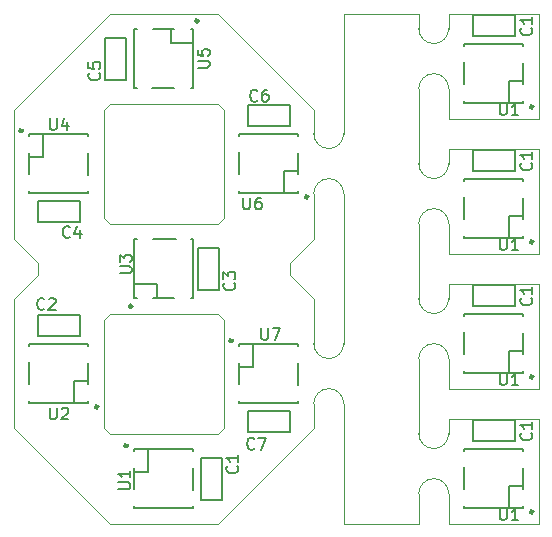
<source format=gto>
G04 #@! TF.FileFunction,Legend,Top*
%FSLAX46Y46*%
G04 Gerber Fmt 4.6, Leading zero omitted, Abs format (unit mm)*
G04 Created by KiCad (PCBNEW (2015-08-16 BZR 6095)-product) date Tue Sep  1 07:22:12 2015*
%MOMM*%
G01*
G04 APERTURE LIST*
%ADD10C,0.350000*%
%ADD11C,0.100000*%
%ADD12C,0.180000*%
%ADD13C,0.300000*%
G04 APERTURE END LIST*
D10*
D11*
X154686000Y-129032000D02*
G75*
G03X153416000Y-130302000I0J-1270000D01*
G01*
X155956000Y-130302000D02*
G75*
G03X154686000Y-129032000I-1270000J0D01*
G01*
X153416000Y-125222000D02*
G75*
G03X154686000Y-126492000I1270000J0D01*
G01*
X154686000Y-126492000D02*
G75*
G03X155956000Y-125222000I0J1270000D01*
G01*
X154686000Y-117602000D02*
G75*
G03X153416000Y-118872000I0J-1270000D01*
G01*
X155956000Y-118872000D02*
G75*
G03X154686000Y-117602000I-1270000J0D01*
G01*
X153416000Y-113792000D02*
G75*
G03X154686000Y-115062000I1270000J0D01*
G01*
X154686000Y-115062000D02*
G75*
G03X155956000Y-113792000I0J1270000D01*
G01*
X154686000Y-106172000D02*
G75*
G03X153416000Y-107442000I0J-1270000D01*
G01*
X155956000Y-107442000D02*
G75*
G03X154686000Y-106172000I-1270000J0D01*
G01*
X153416000Y-102362000D02*
G75*
G03X154686000Y-103632000I1270000J0D01*
G01*
X154686000Y-103632000D02*
G75*
G03X155956000Y-102362000I0J1270000D01*
G01*
X154686000Y-94742000D02*
G75*
G03X153416000Y-96012000I0J-1270000D01*
G01*
X155956000Y-96012000D02*
G75*
G03X154686000Y-94742000I-1270000J0D01*
G01*
X153416000Y-90932000D02*
G75*
G03X154686000Y-92202000I1270000J0D01*
G01*
X154686000Y-92202000D02*
G75*
G03X155956000Y-90932000I0J1270000D01*
G01*
X153416000Y-89662000D02*
X147066000Y-89662000D01*
X153416000Y-90932000D02*
X153416000Y-89662000D01*
X153416000Y-102362000D02*
X153416000Y-96012000D01*
X153416000Y-113792000D02*
X153416000Y-107442000D01*
X153416000Y-132842000D02*
X147066000Y-132842000D01*
X153416000Y-130302000D02*
X153416000Y-132842000D01*
X153416000Y-125222000D02*
X153416000Y-118872000D01*
X155956000Y-130302000D02*
X155956000Y-132842000D01*
X155956000Y-123952000D02*
X155956000Y-125222000D01*
X155956000Y-118872000D02*
X155956000Y-121412000D01*
X155956000Y-112522000D02*
X155956000Y-113792000D01*
X155956000Y-107442000D02*
X155956000Y-109982000D01*
X155956000Y-101092000D02*
X155956000Y-102362000D01*
X155956000Y-96012000D02*
X155956000Y-98552000D01*
X155956000Y-89662000D02*
X155956000Y-90932000D01*
X147066000Y-122682000D02*
X147066000Y-132842000D01*
X144526000Y-122682000D02*
X144526000Y-124714000D01*
X144526000Y-97790000D02*
X144526000Y-99822000D01*
X144526000Y-99822000D02*
G75*
G03X145796000Y-101092000I1270000J0D01*
G01*
X145796000Y-101092000D02*
G75*
G03X147066000Y-99822000I0J1270000D01*
G01*
X145796000Y-103632000D02*
G75*
G03X144526000Y-104902000I0J-1270000D01*
G01*
X147066000Y-104902000D02*
G75*
G03X145796000Y-103632000I-1270000J0D01*
G01*
X145796000Y-121412000D02*
G75*
G03X144526000Y-122682000I0J-1270000D01*
G01*
X147066000Y-122682000D02*
G75*
G03X145796000Y-121412000I-1270000J0D01*
G01*
X144526000Y-117602000D02*
G75*
G03X145796000Y-118872000I1270000J0D01*
G01*
X145796000Y-118872000D02*
G75*
G03X147066000Y-117602000I0J1270000D01*
G01*
X147066000Y-89662000D02*
X147066000Y-99822000D01*
X144526000Y-104902000D02*
X144526000Y-108712000D01*
X144526000Y-113792000D02*
X144526000Y-117602000D01*
X147066000Y-117602000D02*
X147066000Y-104902000D01*
X155956000Y-112522000D02*
X163576000Y-112522000D01*
X163576000Y-121412000D02*
X155956000Y-121412000D01*
X163576000Y-121412000D02*
X163576000Y-112522000D01*
X163576000Y-132842000D02*
X163576000Y-123952000D01*
X163576000Y-132842000D02*
X155956000Y-132842000D01*
X155956000Y-123952000D02*
X163576000Y-123952000D01*
X155956000Y-101092000D02*
X163576000Y-101092000D01*
X163576000Y-109982000D02*
X155956000Y-109982000D01*
X163576000Y-109982000D02*
X163576000Y-101092000D01*
X127254000Y-89662000D02*
X136398000Y-89662000D01*
X136398000Y-132842000D02*
X127254000Y-132842000D01*
X119126000Y-97790000D02*
X119126000Y-108712000D01*
X126746000Y-106934000D02*
X126746000Y-97790000D01*
X136398000Y-107442000D02*
X127254000Y-107442000D01*
X136906000Y-97790000D02*
X136906000Y-106934000D01*
X127254000Y-97282000D02*
X136398000Y-97282000D01*
X126746000Y-124714000D02*
X126746000Y-115570000D01*
X127254000Y-125222000D02*
X126746000Y-124714000D01*
X136398000Y-125222000D02*
X127254000Y-125222000D01*
X136906000Y-124714000D02*
X136398000Y-125222000D01*
X136906000Y-115570000D02*
X136906000Y-124714000D01*
X127254000Y-115062000D02*
X136398000Y-115062000D01*
X126746000Y-115570000D02*
X127254000Y-115062000D01*
X119126000Y-124714000D02*
X119126000Y-113792000D01*
X136398000Y-115062000D02*
X136906000Y-115570000D01*
X136906000Y-106934000D02*
X136398000Y-107442000D01*
X136398000Y-97282000D02*
X136906000Y-97790000D01*
X126746000Y-97790000D02*
X127254000Y-97282000D01*
X127254000Y-107442000D02*
X126746000Y-106934000D01*
X144526000Y-124714000D02*
X136398000Y-132842000D01*
X142494000Y-111760000D02*
X144526000Y-113792000D01*
X142494000Y-110744000D02*
X142494000Y-111760000D01*
X144526000Y-108712000D02*
X142494000Y-110744000D01*
X136398000Y-89662000D02*
X144526000Y-97790000D01*
X119126000Y-97790000D02*
X127254000Y-89662000D01*
X121158000Y-110744000D02*
X119126000Y-108712000D01*
X121158000Y-111760000D02*
X121158000Y-110744000D01*
X119126000Y-113792000D02*
X121158000Y-111760000D01*
X127254000Y-132842000D02*
X119126000Y-124714000D01*
X163576000Y-98552000D02*
X163576000Y-89662000D01*
X163576000Y-98552000D02*
X155956000Y-98552000D01*
X155956000Y-89662000D02*
X163576000Y-89662000D01*
D12*
X161544000Y-114427000D02*
X157988000Y-114427000D01*
X157988000Y-114427000D02*
X157988000Y-112649000D01*
X157988000Y-112649000D02*
X161544000Y-112649000D01*
X161544000Y-112649000D02*
X161544000Y-114427000D01*
X161544000Y-125857000D02*
X157988000Y-125857000D01*
X157988000Y-125857000D02*
X157988000Y-124079000D01*
X157988000Y-124079000D02*
X161544000Y-124079000D01*
X161544000Y-124079000D02*
X161544000Y-125857000D01*
X161544000Y-102997000D02*
X157988000Y-102997000D01*
X157988000Y-102997000D02*
X157988000Y-101219000D01*
X157988000Y-101219000D02*
X161544000Y-101219000D01*
X161544000Y-101219000D02*
X161544000Y-102997000D01*
X135001000Y-130810000D02*
X135001000Y-127254000D01*
X135001000Y-127254000D02*
X136779000Y-127254000D01*
X136779000Y-127254000D02*
X136779000Y-130810000D01*
X136779000Y-130810000D02*
X135001000Y-130810000D01*
X121158000Y-115189000D02*
X124714000Y-115189000D01*
X124714000Y-115189000D02*
X124714000Y-116967000D01*
X124714000Y-116967000D02*
X121158000Y-116967000D01*
X121158000Y-116967000D02*
X121158000Y-115189000D01*
X136525000Y-109474000D02*
X136525000Y-113030000D01*
X136525000Y-113030000D02*
X134747000Y-113030000D01*
X134747000Y-113030000D02*
X134747000Y-109474000D01*
X134747000Y-109474000D02*
X136525000Y-109474000D01*
X124714000Y-107315000D02*
X121158000Y-107315000D01*
X121158000Y-107315000D02*
X121158000Y-105537000D01*
X121158000Y-105537000D02*
X124714000Y-105537000D01*
X124714000Y-105537000D02*
X124714000Y-107315000D01*
X126873000Y-95250000D02*
X126873000Y-91694000D01*
X126873000Y-91694000D02*
X128651000Y-91694000D01*
X128651000Y-91694000D02*
X128651000Y-95250000D01*
X128651000Y-95250000D02*
X126873000Y-95250000D01*
X138938000Y-97409000D02*
X142494000Y-97409000D01*
X142494000Y-97409000D02*
X142494000Y-99187000D01*
X142494000Y-99187000D02*
X138938000Y-99187000D01*
X138938000Y-99187000D02*
X138938000Y-97409000D01*
X142494000Y-125095000D02*
X138938000Y-125095000D01*
X138938000Y-125095000D02*
X138938000Y-123317000D01*
X138938000Y-123317000D02*
X142494000Y-123317000D01*
X142494000Y-123317000D02*
X142494000Y-125095000D01*
X161544000Y-91567000D02*
X157988000Y-91567000D01*
X157988000Y-91567000D02*
X157988000Y-89789000D01*
X157988000Y-89789000D02*
X161544000Y-89789000D01*
X161544000Y-89789000D02*
X161544000Y-91567000D01*
X162266000Y-95342000D02*
X161066000Y-95342000D01*
X161066000Y-95342000D02*
X161066000Y-97242000D01*
D13*
X163066000Y-97542000D02*
G75*
G03X163066000Y-97542000I-100000J0D01*
G01*
D12*
X162266000Y-92442000D02*
X162266000Y-92242000D01*
X162266000Y-92242000D02*
X157266000Y-92242000D01*
X157266000Y-92242000D02*
X157266000Y-92442000D01*
X162266000Y-95642000D02*
X162266000Y-93842000D01*
X157266000Y-97242000D02*
X162266000Y-97242000D01*
X162266000Y-97242000D02*
X162266000Y-97042000D01*
X157266000Y-97242000D02*
X157266000Y-97042000D01*
X157266000Y-93742000D02*
X157266000Y-95642000D01*
X138216000Y-119542000D02*
X139416000Y-119542000D01*
X139416000Y-119542000D02*
X139416000Y-117642000D01*
D13*
X137616000Y-117342000D02*
G75*
G03X137616000Y-117342000I-100000J0D01*
G01*
D12*
X138216000Y-122442000D02*
X138216000Y-122642000D01*
X138216000Y-122642000D02*
X143216000Y-122642000D01*
X143216000Y-122642000D02*
X143216000Y-122442000D01*
X138216000Y-119242000D02*
X138216000Y-121042000D01*
X143216000Y-117642000D02*
X138216000Y-117642000D01*
X138216000Y-117642000D02*
X138216000Y-117842000D01*
X143216000Y-117642000D02*
X143216000Y-117842000D01*
X143216000Y-121142000D02*
X143216000Y-119242000D01*
X143216000Y-102962000D02*
X142016000Y-102962000D01*
X142016000Y-102962000D02*
X142016000Y-104862000D01*
D13*
X144016000Y-105162000D02*
G75*
G03X144016000Y-105162000I-100000J0D01*
G01*
D12*
X143216000Y-100062000D02*
X143216000Y-99862000D01*
X143216000Y-99862000D02*
X138216000Y-99862000D01*
X138216000Y-99862000D02*
X138216000Y-100062000D01*
X143216000Y-103262000D02*
X143216000Y-101462000D01*
X138216000Y-104862000D02*
X143216000Y-104862000D01*
X143216000Y-104862000D02*
X143216000Y-104662000D01*
X138216000Y-104862000D02*
X138216000Y-104662000D01*
X138216000Y-101362000D02*
X138216000Y-103262000D01*
X132426000Y-90972000D02*
X132426000Y-92172000D01*
X132426000Y-92172000D02*
X134326000Y-92172000D01*
D13*
X134726000Y-90272000D02*
G75*
G03X134726000Y-90272000I-100000J0D01*
G01*
D12*
X129526000Y-90972000D02*
X129326000Y-90972000D01*
X129326000Y-90972000D02*
X129326000Y-95972000D01*
X129326000Y-95972000D02*
X129526000Y-95972000D01*
X132726000Y-90972000D02*
X130926000Y-90972000D01*
X134326000Y-95972000D02*
X134326000Y-90972000D01*
X134326000Y-90972000D02*
X134126000Y-90972000D01*
X134326000Y-95972000D02*
X134126000Y-95972000D01*
X130826000Y-95972000D02*
X132726000Y-95972000D01*
X120436000Y-101762000D02*
X121636000Y-101762000D01*
X121636000Y-101762000D02*
X121636000Y-99862000D01*
D13*
X119836000Y-99562000D02*
G75*
G03X119836000Y-99562000I-100000J0D01*
G01*
D12*
X120436000Y-104662000D02*
X120436000Y-104862000D01*
X120436000Y-104862000D02*
X125436000Y-104862000D01*
X125436000Y-104862000D02*
X125436000Y-104662000D01*
X120436000Y-101462000D02*
X120436000Y-103262000D01*
X125436000Y-99862000D02*
X120436000Y-99862000D01*
X120436000Y-99862000D02*
X120436000Y-100062000D01*
X125436000Y-99862000D02*
X125436000Y-100062000D01*
X125436000Y-103362000D02*
X125436000Y-101462000D01*
X131226000Y-113752000D02*
X131226000Y-112552000D01*
X131226000Y-112552000D02*
X129326000Y-112552000D01*
D13*
X129126000Y-114452000D02*
G75*
G03X129126000Y-114452000I-100000J0D01*
G01*
D12*
X134126000Y-113752000D02*
X134326000Y-113752000D01*
X134326000Y-113752000D02*
X134326000Y-108752000D01*
X134326000Y-108752000D02*
X134126000Y-108752000D01*
X130926000Y-113752000D02*
X132726000Y-113752000D01*
X129326000Y-108752000D02*
X129326000Y-113752000D01*
X129326000Y-113752000D02*
X129526000Y-113752000D01*
X129326000Y-108752000D02*
X129526000Y-108752000D01*
X132826000Y-108752000D02*
X130926000Y-108752000D01*
X125436000Y-120742000D02*
X124236000Y-120742000D01*
X124236000Y-120742000D02*
X124236000Y-122642000D01*
D13*
X126236000Y-122942000D02*
G75*
G03X126236000Y-122942000I-100000J0D01*
G01*
D12*
X125436000Y-117842000D02*
X125436000Y-117642000D01*
X125436000Y-117642000D02*
X120436000Y-117642000D01*
X120436000Y-117642000D02*
X120436000Y-117842000D01*
X125436000Y-121042000D02*
X125436000Y-119242000D01*
X120436000Y-122642000D02*
X125436000Y-122642000D01*
X125436000Y-122642000D02*
X125436000Y-122442000D01*
X120436000Y-122642000D02*
X120436000Y-122442000D01*
X120436000Y-119142000D02*
X120436000Y-121042000D01*
X129326000Y-128432000D02*
X130526000Y-128432000D01*
X130526000Y-128432000D02*
X130526000Y-126532000D01*
D13*
X128726000Y-126232000D02*
G75*
G03X128726000Y-126232000I-100000J0D01*
G01*
D12*
X129326000Y-131332000D02*
X129326000Y-131532000D01*
X129326000Y-131532000D02*
X134326000Y-131532000D01*
X134326000Y-131532000D02*
X134326000Y-131332000D01*
X129326000Y-128132000D02*
X129326000Y-129932000D01*
X134326000Y-126532000D02*
X129326000Y-126532000D01*
X129326000Y-126532000D02*
X129326000Y-126732000D01*
X134326000Y-126532000D02*
X134326000Y-126732000D01*
X134326000Y-130032000D02*
X134326000Y-128132000D01*
X162266000Y-106772000D02*
X161066000Y-106772000D01*
X161066000Y-106772000D02*
X161066000Y-108672000D01*
D13*
X163066000Y-108972000D02*
G75*
G03X163066000Y-108972000I-100000J0D01*
G01*
D12*
X162266000Y-103872000D02*
X162266000Y-103672000D01*
X162266000Y-103672000D02*
X157266000Y-103672000D01*
X157266000Y-103672000D02*
X157266000Y-103872000D01*
X162266000Y-107072000D02*
X162266000Y-105272000D01*
X157266000Y-108672000D02*
X162266000Y-108672000D01*
X162266000Y-108672000D02*
X162266000Y-108472000D01*
X157266000Y-108672000D02*
X157266000Y-108472000D01*
X157266000Y-105172000D02*
X157266000Y-107072000D01*
X162266000Y-129632000D02*
X161066000Y-129632000D01*
X161066000Y-129632000D02*
X161066000Y-131532000D01*
D13*
X163066000Y-131832000D02*
G75*
G03X163066000Y-131832000I-100000J0D01*
G01*
D12*
X162266000Y-126732000D02*
X162266000Y-126532000D01*
X162266000Y-126532000D02*
X157266000Y-126532000D01*
X157266000Y-126532000D02*
X157266000Y-126732000D01*
X162266000Y-129932000D02*
X162266000Y-128132000D01*
X157266000Y-131532000D02*
X162266000Y-131532000D01*
X162266000Y-131532000D02*
X162266000Y-131332000D01*
X157266000Y-131532000D02*
X157266000Y-131332000D01*
X157266000Y-128032000D02*
X157266000Y-129932000D01*
X162266000Y-118202000D02*
X161066000Y-118202000D01*
X161066000Y-118202000D02*
X161066000Y-120102000D01*
D13*
X163066000Y-120402000D02*
G75*
G03X163066000Y-120402000I-100000J0D01*
G01*
D12*
X162266000Y-115302000D02*
X162266000Y-115102000D01*
X162266000Y-115102000D02*
X157266000Y-115102000D01*
X157266000Y-115102000D02*
X157266000Y-115302000D01*
X162266000Y-118502000D02*
X162266000Y-116702000D01*
X157266000Y-120102000D02*
X162266000Y-120102000D01*
X162266000Y-120102000D02*
X162266000Y-119902000D01*
X157266000Y-120102000D02*
X157266000Y-119902000D01*
X157266000Y-116602000D02*
X157266000Y-118502000D01*
X162925143Y-113744476D02*
X162972762Y-113792095D01*
X163020381Y-113934952D01*
X163020381Y-114030190D01*
X162972762Y-114173048D01*
X162877524Y-114268286D01*
X162782286Y-114315905D01*
X162591810Y-114363524D01*
X162448952Y-114363524D01*
X162258476Y-114315905D01*
X162163238Y-114268286D01*
X162068000Y-114173048D01*
X162020381Y-114030190D01*
X162020381Y-113934952D01*
X162068000Y-113792095D01*
X162115619Y-113744476D01*
X163020381Y-112792095D02*
X163020381Y-113363524D01*
X163020381Y-113077810D02*
X162020381Y-113077810D01*
X162163238Y-113173048D01*
X162258476Y-113268286D01*
X162306095Y-113363524D01*
X162925143Y-125174476D02*
X162972762Y-125222095D01*
X163020381Y-125364952D01*
X163020381Y-125460190D01*
X162972762Y-125603048D01*
X162877524Y-125698286D01*
X162782286Y-125745905D01*
X162591810Y-125793524D01*
X162448952Y-125793524D01*
X162258476Y-125745905D01*
X162163238Y-125698286D01*
X162068000Y-125603048D01*
X162020381Y-125460190D01*
X162020381Y-125364952D01*
X162068000Y-125222095D01*
X162115619Y-125174476D01*
X163020381Y-124222095D02*
X163020381Y-124793524D01*
X163020381Y-124507810D02*
X162020381Y-124507810D01*
X162163238Y-124603048D01*
X162258476Y-124698286D01*
X162306095Y-124793524D01*
X162925143Y-102314476D02*
X162972762Y-102362095D01*
X163020381Y-102504952D01*
X163020381Y-102600190D01*
X162972762Y-102743048D01*
X162877524Y-102838286D01*
X162782286Y-102885905D01*
X162591810Y-102933524D01*
X162448952Y-102933524D01*
X162258476Y-102885905D01*
X162163238Y-102838286D01*
X162068000Y-102743048D01*
X162020381Y-102600190D01*
X162020381Y-102504952D01*
X162068000Y-102362095D01*
X162115619Y-102314476D01*
X163020381Y-101362095D02*
X163020381Y-101933524D01*
X163020381Y-101647810D02*
X162020381Y-101647810D01*
X162163238Y-101743048D01*
X162258476Y-101838286D01*
X162306095Y-101933524D01*
X138033143Y-127968476D02*
X138080762Y-128016095D01*
X138128381Y-128158952D01*
X138128381Y-128254190D01*
X138080762Y-128397048D01*
X137985524Y-128492286D01*
X137890286Y-128539905D01*
X137699810Y-128587524D01*
X137556952Y-128587524D01*
X137366476Y-128539905D01*
X137271238Y-128492286D01*
X137176000Y-128397048D01*
X137128381Y-128254190D01*
X137128381Y-128158952D01*
X137176000Y-128016095D01*
X137223619Y-127968476D01*
X138128381Y-127016095D02*
X138128381Y-127587524D01*
X138128381Y-127301810D02*
X137128381Y-127301810D01*
X137271238Y-127397048D01*
X137366476Y-127492286D01*
X137414095Y-127587524D01*
X121713524Y-114665143D02*
X121665905Y-114712762D01*
X121523048Y-114760381D01*
X121427810Y-114760381D01*
X121284952Y-114712762D01*
X121189714Y-114617524D01*
X121142095Y-114522286D01*
X121094476Y-114331810D01*
X121094476Y-114188952D01*
X121142095Y-113998476D01*
X121189714Y-113903238D01*
X121284952Y-113808000D01*
X121427810Y-113760381D01*
X121523048Y-113760381D01*
X121665905Y-113808000D01*
X121713524Y-113855619D01*
X122094476Y-113855619D02*
X122142095Y-113808000D01*
X122237333Y-113760381D01*
X122475429Y-113760381D01*
X122570667Y-113808000D01*
X122618286Y-113855619D01*
X122665905Y-113950857D01*
X122665905Y-114046095D01*
X122618286Y-114188952D01*
X122046857Y-114760381D01*
X122665905Y-114760381D01*
X137779143Y-112474476D02*
X137826762Y-112522095D01*
X137874381Y-112664952D01*
X137874381Y-112760190D01*
X137826762Y-112903048D01*
X137731524Y-112998286D01*
X137636286Y-113045905D01*
X137445810Y-113093524D01*
X137302952Y-113093524D01*
X137112476Y-113045905D01*
X137017238Y-112998286D01*
X136922000Y-112903048D01*
X136874381Y-112760190D01*
X136874381Y-112664952D01*
X136922000Y-112522095D01*
X136969619Y-112474476D01*
X136874381Y-112141143D02*
X136874381Y-111522095D01*
X137255333Y-111855429D01*
X137255333Y-111712571D01*
X137302952Y-111617333D01*
X137350571Y-111569714D01*
X137445810Y-111522095D01*
X137683905Y-111522095D01*
X137779143Y-111569714D01*
X137826762Y-111617333D01*
X137874381Y-111712571D01*
X137874381Y-111998286D01*
X137826762Y-112093524D01*
X137779143Y-112141143D01*
X123872524Y-108569143D02*
X123824905Y-108616762D01*
X123682048Y-108664381D01*
X123586810Y-108664381D01*
X123443952Y-108616762D01*
X123348714Y-108521524D01*
X123301095Y-108426286D01*
X123253476Y-108235810D01*
X123253476Y-108092952D01*
X123301095Y-107902476D01*
X123348714Y-107807238D01*
X123443952Y-107712000D01*
X123586810Y-107664381D01*
X123682048Y-107664381D01*
X123824905Y-107712000D01*
X123872524Y-107759619D01*
X124729667Y-107997714D02*
X124729667Y-108664381D01*
X124491571Y-107616762D02*
X124253476Y-108331048D01*
X124872524Y-108331048D01*
X126349143Y-94694476D02*
X126396762Y-94742095D01*
X126444381Y-94884952D01*
X126444381Y-94980190D01*
X126396762Y-95123048D01*
X126301524Y-95218286D01*
X126206286Y-95265905D01*
X126015810Y-95313524D01*
X125872952Y-95313524D01*
X125682476Y-95265905D01*
X125587238Y-95218286D01*
X125492000Y-95123048D01*
X125444381Y-94980190D01*
X125444381Y-94884952D01*
X125492000Y-94742095D01*
X125539619Y-94694476D01*
X125444381Y-93789714D02*
X125444381Y-94265905D01*
X125920571Y-94313524D01*
X125872952Y-94265905D01*
X125825333Y-94170667D01*
X125825333Y-93932571D01*
X125872952Y-93837333D01*
X125920571Y-93789714D01*
X126015810Y-93742095D01*
X126253905Y-93742095D01*
X126349143Y-93789714D01*
X126396762Y-93837333D01*
X126444381Y-93932571D01*
X126444381Y-94170667D01*
X126396762Y-94265905D01*
X126349143Y-94313524D01*
X139747524Y-97012143D02*
X139699905Y-97059762D01*
X139557048Y-97107381D01*
X139461810Y-97107381D01*
X139318952Y-97059762D01*
X139223714Y-96964524D01*
X139176095Y-96869286D01*
X139128476Y-96678810D01*
X139128476Y-96535952D01*
X139176095Y-96345476D01*
X139223714Y-96250238D01*
X139318952Y-96155000D01*
X139461810Y-96107381D01*
X139557048Y-96107381D01*
X139699905Y-96155000D01*
X139747524Y-96202619D01*
X140604667Y-96107381D02*
X140414190Y-96107381D01*
X140318952Y-96155000D01*
X140271333Y-96202619D01*
X140176095Y-96345476D01*
X140128476Y-96535952D01*
X140128476Y-96916905D01*
X140176095Y-97012143D01*
X140223714Y-97059762D01*
X140318952Y-97107381D01*
X140509429Y-97107381D01*
X140604667Y-97059762D01*
X140652286Y-97012143D01*
X140699905Y-96916905D01*
X140699905Y-96678810D01*
X140652286Y-96583571D01*
X140604667Y-96535952D01*
X140509429Y-96488333D01*
X140318952Y-96488333D01*
X140223714Y-96535952D01*
X140176095Y-96583571D01*
X140128476Y-96678810D01*
X139493524Y-126476143D02*
X139445905Y-126523762D01*
X139303048Y-126571381D01*
X139207810Y-126571381D01*
X139064952Y-126523762D01*
X138969714Y-126428524D01*
X138922095Y-126333286D01*
X138874476Y-126142810D01*
X138874476Y-125999952D01*
X138922095Y-125809476D01*
X138969714Y-125714238D01*
X139064952Y-125619000D01*
X139207810Y-125571381D01*
X139303048Y-125571381D01*
X139445905Y-125619000D01*
X139493524Y-125666619D01*
X139826857Y-125571381D02*
X140493524Y-125571381D01*
X140064952Y-126571381D01*
X162925143Y-90884476D02*
X162972762Y-90932095D01*
X163020381Y-91074952D01*
X163020381Y-91170190D01*
X162972762Y-91313048D01*
X162877524Y-91408286D01*
X162782286Y-91455905D01*
X162591810Y-91503524D01*
X162448952Y-91503524D01*
X162258476Y-91455905D01*
X162163238Y-91408286D01*
X162068000Y-91313048D01*
X162020381Y-91170190D01*
X162020381Y-91074952D01*
X162068000Y-90932095D01*
X162115619Y-90884476D01*
X163020381Y-89932095D02*
X163020381Y-90503524D01*
X163020381Y-90217810D02*
X162020381Y-90217810D01*
X162163238Y-90313048D01*
X162258476Y-90408286D01*
X162306095Y-90503524D01*
X160274095Y-97242381D02*
X160274095Y-98051905D01*
X160321714Y-98147143D01*
X160369333Y-98194762D01*
X160464571Y-98242381D01*
X160655048Y-98242381D01*
X160750286Y-98194762D01*
X160797905Y-98147143D01*
X160845524Y-98051905D01*
X160845524Y-97242381D01*
X161845524Y-98242381D02*
X161274095Y-98242381D01*
X161559809Y-98242381D02*
X161559809Y-97242381D01*
X161464571Y-97385238D01*
X161369333Y-97480476D01*
X161274095Y-97528095D01*
X140081095Y-116292381D02*
X140081095Y-117101905D01*
X140128714Y-117197143D01*
X140176333Y-117244762D01*
X140271571Y-117292381D01*
X140462048Y-117292381D01*
X140557286Y-117244762D01*
X140604905Y-117197143D01*
X140652524Y-117101905D01*
X140652524Y-116292381D01*
X141033476Y-116292381D02*
X141700143Y-116292381D01*
X141271571Y-117292381D01*
X138557095Y-105243381D02*
X138557095Y-106052905D01*
X138604714Y-106148143D01*
X138652333Y-106195762D01*
X138747571Y-106243381D01*
X138938048Y-106243381D01*
X139033286Y-106195762D01*
X139080905Y-106148143D01*
X139128524Y-106052905D01*
X139128524Y-105243381D01*
X140033286Y-105243381D02*
X139842809Y-105243381D01*
X139747571Y-105291000D01*
X139699952Y-105338619D01*
X139604714Y-105481476D01*
X139557095Y-105671952D01*
X139557095Y-106052905D01*
X139604714Y-106148143D01*
X139652333Y-106195762D01*
X139747571Y-106243381D01*
X139938048Y-106243381D01*
X140033286Y-106195762D01*
X140080905Y-106148143D01*
X140128524Y-106052905D01*
X140128524Y-105814810D01*
X140080905Y-105719571D01*
X140033286Y-105671952D01*
X139938048Y-105624333D01*
X139747571Y-105624333D01*
X139652333Y-105671952D01*
X139604714Y-105719571D01*
X139557095Y-105814810D01*
X134707381Y-94233905D02*
X135516905Y-94233905D01*
X135612143Y-94186286D01*
X135659762Y-94138667D01*
X135707381Y-94043429D01*
X135707381Y-93852952D01*
X135659762Y-93757714D01*
X135612143Y-93710095D01*
X135516905Y-93662476D01*
X134707381Y-93662476D01*
X134707381Y-92710095D02*
X134707381Y-93186286D01*
X135183571Y-93233905D01*
X135135952Y-93186286D01*
X135088333Y-93091048D01*
X135088333Y-92852952D01*
X135135952Y-92757714D01*
X135183571Y-92710095D01*
X135278810Y-92662476D01*
X135516905Y-92662476D01*
X135612143Y-92710095D01*
X135659762Y-92757714D01*
X135707381Y-92852952D01*
X135707381Y-93091048D01*
X135659762Y-93186286D01*
X135612143Y-93233905D01*
X122174095Y-98512381D02*
X122174095Y-99321905D01*
X122221714Y-99417143D01*
X122269333Y-99464762D01*
X122364571Y-99512381D01*
X122555048Y-99512381D01*
X122650286Y-99464762D01*
X122697905Y-99417143D01*
X122745524Y-99321905D01*
X122745524Y-98512381D01*
X123650286Y-98845714D02*
X123650286Y-99512381D01*
X123412190Y-98464762D02*
X123174095Y-99179048D01*
X123793143Y-99179048D01*
X128103381Y-111632905D02*
X128912905Y-111632905D01*
X129008143Y-111585286D01*
X129055762Y-111537667D01*
X129103381Y-111442429D01*
X129103381Y-111251952D01*
X129055762Y-111156714D01*
X129008143Y-111109095D01*
X128912905Y-111061476D01*
X128103381Y-111061476D01*
X128103381Y-110680524D02*
X128103381Y-110061476D01*
X128484333Y-110394810D01*
X128484333Y-110251952D01*
X128531952Y-110156714D01*
X128579571Y-110109095D01*
X128674810Y-110061476D01*
X128912905Y-110061476D01*
X129008143Y-110109095D01*
X129055762Y-110156714D01*
X129103381Y-110251952D01*
X129103381Y-110537667D01*
X129055762Y-110632905D01*
X129008143Y-110680524D01*
X122174095Y-123023381D02*
X122174095Y-123832905D01*
X122221714Y-123928143D01*
X122269333Y-123975762D01*
X122364571Y-124023381D01*
X122555048Y-124023381D01*
X122650286Y-123975762D01*
X122697905Y-123928143D01*
X122745524Y-123832905D01*
X122745524Y-123023381D01*
X123174095Y-123118619D02*
X123221714Y-123071000D01*
X123316952Y-123023381D01*
X123555048Y-123023381D01*
X123650286Y-123071000D01*
X123697905Y-123118619D01*
X123745524Y-123213857D01*
X123745524Y-123309095D01*
X123697905Y-123451952D01*
X123126476Y-124023381D01*
X123745524Y-124023381D01*
X127976381Y-129920905D02*
X128785905Y-129920905D01*
X128881143Y-129873286D01*
X128928762Y-129825667D01*
X128976381Y-129730429D01*
X128976381Y-129539952D01*
X128928762Y-129444714D01*
X128881143Y-129397095D01*
X128785905Y-129349476D01*
X127976381Y-129349476D01*
X128976381Y-128349476D02*
X128976381Y-128920905D01*
X128976381Y-128635191D02*
X127976381Y-128635191D01*
X128119238Y-128730429D01*
X128214476Y-128825667D01*
X128262095Y-128920905D01*
X160274095Y-108672381D02*
X160274095Y-109481905D01*
X160321714Y-109577143D01*
X160369333Y-109624762D01*
X160464571Y-109672381D01*
X160655048Y-109672381D01*
X160750286Y-109624762D01*
X160797905Y-109577143D01*
X160845524Y-109481905D01*
X160845524Y-108672381D01*
X161845524Y-109672381D02*
X161274095Y-109672381D01*
X161559809Y-109672381D02*
X161559809Y-108672381D01*
X161464571Y-108815238D01*
X161369333Y-108910476D01*
X161274095Y-108958095D01*
X160274095Y-131532381D02*
X160274095Y-132341905D01*
X160321714Y-132437143D01*
X160369333Y-132484762D01*
X160464571Y-132532381D01*
X160655048Y-132532381D01*
X160750286Y-132484762D01*
X160797905Y-132437143D01*
X160845524Y-132341905D01*
X160845524Y-131532381D01*
X161845524Y-132532381D02*
X161274095Y-132532381D01*
X161559809Y-132532381D02*
X161559809Y-131532381D01*
X161464571Y-131675238D01*
X161369333Y-131770476D01*
X161274095Y-131818095D01*
X160274095Y-120102381D02*
X160274095Y-120911905D01*
X160321714Y-121007143D01*
X160369333Y-121054762D01*
X160464571Y-121102381D01*
X160655048Y-121102381D01*
X160750286Y-121054762D01*
X160797905Y-121007143D01*
X160845524Y-120911905D01*
X160845524Y-120102381D01*
X161845524Y-121102381D02*
X161274095Y-121102381D01*
X161559809Y-121102381D02*
X161559809Y-120102381D01*
X161464571Y-120245238D01*
X161369333Y-120340476D01*
X161274095Y-120388095D01*
M02*

</source>
